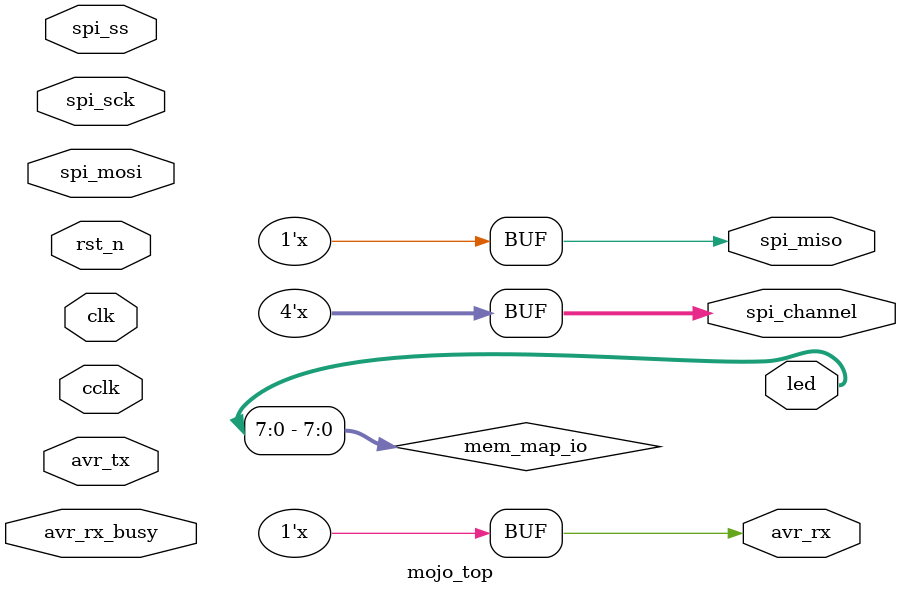
<source format=v>

`define BUS_WIDTH 32

module mojo_top(
    // 50MHz clock input
    input clk,
    // Input from reset button (active low)
    input rst_n,
    // cclk input from AVR, high when AVR is ready
    input cclk,
    // Outputs to the 8 onboard LEDs
    output[7:0]led,
    // AVR SPI connections
    output spi_miso,
    input spi_ss,
    input spi_mosi,
    input spi_sck,
    // AVR ADC channel select
    output [3:0] spi_channel,
    // Serial connections
    input avr_tx, // AVR Tx => FPGA Rx
    output avr_rx, // AVR Rx => FPGA Tx
    input avr_rx_busy // AVR Rx buffer full
    );

wire rst = ~rst_n; // make reset active high

// these signals should be high-z when not used
assign spi_miso = 1'bz;
assign avr_rx = 1'bz;
assign spi_channel = 4'bzzzz;

wire [(`BUS_WIDTH-1):0] mem_map_io;

assign led = mem_map_io[7:0];

wire clk_d;
//instance of clock generation unit
clock_gen clk_gen_inst ( .clk_d(clk_d),
						 .rst(rst),
						 .clk(clk) );
											
//instance of multi cycle processor
		
endmodule

</source>
